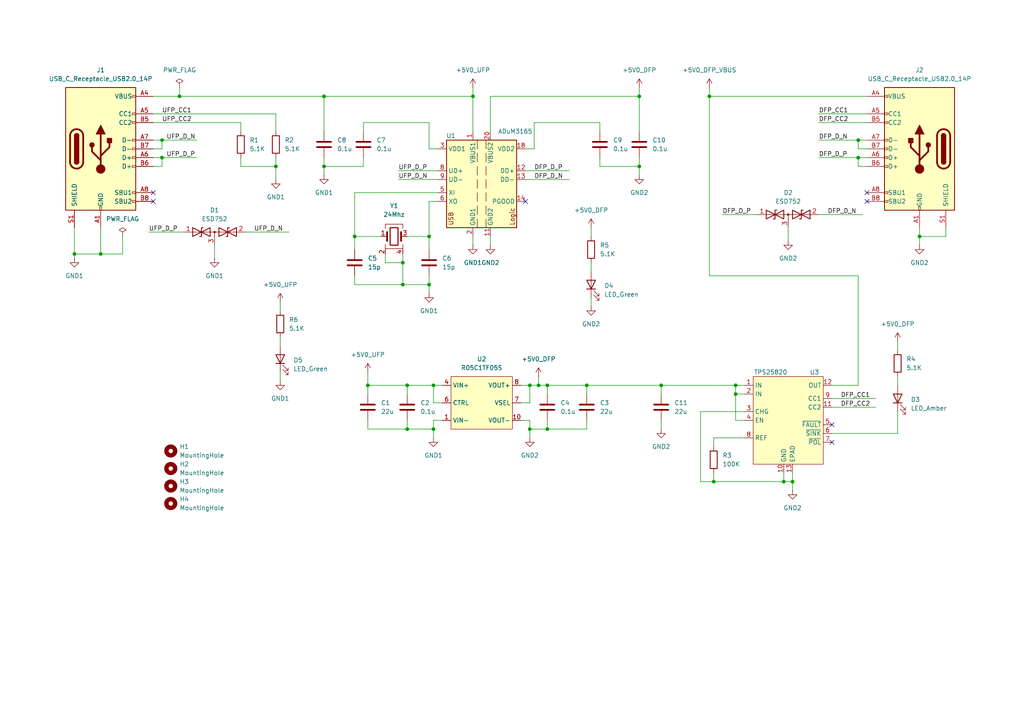
<source format=kicad_sch>
(kicad_sch (version 20231120) (generator "eeschema") (generator_version "8.0")
  (paper "A4")
  (lib_symbols
    (symbol "Connector:USB_C_Receptacle_USB2.0_16P" (pin_names (offset 1.016))
      (property "Reference" "J" (at 0 22.225 0))
      (property "Value" "USB_C_Receptacle_USB2.0_16P" (at 0 19.685 0))
      (symbol "USB_C_Receptacle_USB2.0_16P_0_0"
        (rectangle (start -0.254 -17.78) (end 0.254 -16.764))
        (rectangle (start 10.16 -14.986) (end 9.144 -15.494))
        (rectangle (start 10.16 -12.446) (end 9.144 -12.954))
        (rectangle (start 10.16 -4.826) (end 9.144 -5.334))
        (rectangle (start 10.16 -2.286) (end 9.144 -2.794))
        (rectangle (start 10.16 0.254) (end 9.144 -0.254))
        (rectangle (start 10.16 2.794) (end 9.144 2.286))
        (rectangle (start 10.16 7.874) (end 9.144 7.366))
        (rectangle (start 10.16 10.414) (end 9.144 9.906))
        (rectangle (start 10.16 15.494) (end 9.144 14.986))
      )
      (symbol "USB_C_Receptacle_USB2.0_16P_0_1"
        (rectangle (start -10.16 17.78) (end 10.16 -17.78) (stroke (width 0.254)) (fill (type background)))
        (arc (start -8.89 -3.81) (mid -6.985 -5.7067) (end -5.08 -3.81) (stroke (width 0.508)))
        (arc (start -7.62 -3.81) (mid -6.985 -4.4423) (end -6.35 -3.81) (stroke (width 0.254)))
        (arc (start -7.62 -3.81) (mid -6.985 -4.4423) (end -6.35 -3.81) (stroke (width 0.254)) (fill (type outline)))
        (rectangle (start -7.62 -3.81) (end -6.35 3.81) (stroke (width 0.254)) (fill (type outline)))
        (arc (start -6.35 3.81) (mid -6.985 4.4423) (end -7.62 3.81) (stroke (width 0.254)))
        (arc (start -6.35 3.81) (mid -6.985 4.4423) (end -7.62 3.81) (stroke (width 0.254)) (fill (type outline)))
        (arc (start -5.08 3.81) (mid -6.985 5.7067) (end -8.89 3.81) (stroke (width 0.508)))
        (circle (center -2.54 1.143) (radius 0.635) (stroke (width 0.254)) (fill (type outline)))
        (circle (center 0 -5.842) (radius 1.27) (fill (type outline)))
        (polyline (pts (xy -8.89 -3.81) (xy -8.89 3.81)) (stroke (width 0.508)))
        (polyline (pts (xy -5.08 3.81) (xy -5.08 -3.81)) (stroke (width 0.508)))
        (polyline (pts (xy 0 -5.842) (xy 0 4.318)) (stroke (width 0.508)))
        (polyline (pts (xy 0 -3.302) (xy -2.54 -0.762) (xy -2.54 0.508)) (stroke (width 0.508)))
        (polyline (pts (xy 0 -2.032) (xy 2.54 0.508) (xy 2.54 1.778)) (stroke (width 0.508)))
        (polyline (pts (xy -1.27 4.318) (xy 0 6.858) (xy 1.27 4.318) (xy -1.27 4.318)) (stroke (width 0.254)) (fill (type outline)))
        (rectangle (start 1.905 1.778) (end 3.175 3.048) (stroke (width 0.254)) (fill (type outline)))
      )
      (symbol "USB_C_Receptacle_USB2.0_16P_1_1"
        (pin passive line (at 0 -22.86 90) (length 5.08) (name "GND") (number "A1"))
        (pin passive line (at 0 -22.86 90) (length 5.08) hide (name "GND") (number "A12"))
        (pin passive line (at 15.24 15.24 180) (length 5.08) (name "VBUS") (number "A4"))
        (pin bidirectional line (at 15.24 10.16 180) (length 5.08) (name "CC1") (number "A5"))
        (pin bidirectional line (at 15.24 -2.54 180) (length 5.08) (name "D+") (number "A6"))
        (pin bidirectional line (at 15.24 2.54 180) (length 5.08) (name "D-") (number "A7"))
        (pin bidirectional line (at 15.24 -12.7 180) (length 5.08) (name "SBU1") (number "A8"))
        (pin passive line (at 15.24 15.24 180) (length 5.08) hide (name "VBUS") (number "A9"))
        (pin passive line (at 0 -22.86 90) (length 5.08) hide (name "GND") (number "B1"))
        (pin passive line (at 0 -22.86 90) (length 5.08) hide (name "GND") (number "B12"))
        (pin passive line (at 15.24 15.24 180) (length 5.08) hide (name "VBUS") (number "B4"))
        (pin bidirectional line (at 15.24 7.62 180) (length 5.08) (name "CC2") (number "B5"))
        (pin bidirectional line (at 15.24 -5.08 180) (length 5.08) (name "D+") (number "B6"))
        (pin bidirectional line (at 15.24 0 180) (length 5.08) (name "D-") (number "B7"))
        (pin bidirectional line (at 15.24 -15.24 180) (length 5.08) (name "SBU2") (number "B8"))
        (pin passive line (at 15.24 15.24 180) (length 5.08) hide (name "VBUS") (number "B9"))
        (pin passive line (at -7.62 -22.86 90) (length 5.08) (name "SHIELD") (number "S1"))
      )
    )
    (symbol "Device:C" (pin_numbers hide) (pin_names (offset 0.254))
      (property "Reference" "C" (at 0.635 2.54 0))
      (property "Value" "C" (at 0.635 -2.54 0))
      (symbol "C_0_1"
        (polyline (pts (xy -2.032 -0.762) (xy 2.032 -0.762)) (stroke (width 0.508)))
        (polyline (pts (xy -2.032 0.762) (xy 2.032 0.762)) (stroke (width 0.508)))
      )
      (symbol "C_1_1"
        (pin passive line (at 0 3.81 270) (length 2.794) (name "~") (number "1"))
        (pin passive line (at 0 -3.81 90) (length 2.794) (name "~") (number "2"))
      )
    )
    (symbol "Device:D_TVS_Dual_AAC" (pin_names (offset 1.016) hide)
      (property "Reference" "D" (at 0 4.445 0))
      (property "Value" "D_TVS_Dual_AAC" (at 0 2.54 0))
      (symbol "D_TVS_Dual_AAC_0_0"
        (polyline (pts (xy 0 -1.27) (xy 0 0)))
      )
      (symbol "D_TVS_Dual_AAC_0_1"
        (polyline (pts (xy -6.35 0) (xy 6.35 0)))
        (polyline (pts (xy -3.302 1.27) (xy -3.81 1.27) (xy -3.81 -1.27) (xy -4.318 -1.27)) (stroke (width 0.254)))
        (polyline (pts (xy 4.318 1.27) (xy 3.81 1.27) (xy 3.81 -1.27) (xy 3.302 -1.27)) (stroke (width 0.254)))
        (polyline (pts (xy -6.35 1.27) (xy -1.27 -1.27) (xy -1.27 1.27) (xy -6.35 -1.27) (xy -6.35 1.27)) (stroke (width 0.254)))
        (polyline (pts (xy 6.35 1.27) (xy 1.27 -1.27) (xy 1.27 1.27) (xy 6.35 -1.27) (xy 6.35 1.27)) (stroke (width 0.254)))
        (circle (center 0 0) (radius 0.254) (fill (type outline)))
      )
      (symbol "D_TVS_Dual_AAC_1_1"
        (pin passive line (at -8.89 0 0) (length 2.54) (name "A1") (number "1"))
        (pin passive line (at 8.89 0 180) (length 2.54) (name "A2") (number "2"))
        (pin passive line (at 0 -3.81 90) (length 2.54) (name "common") (number "3"))
      )
    )
    (symbol "Device:LED" (pin_numbers hide) (pin_names (offset 1.016) hide)
      (property "Reference" "D" (at 0 2.54 0))
      (property "Value" "LED" (at 0 -2.54 0))
      (symbol "LED_0_1"
        (polyline (pts (xy -1.27 -1.27) (xy -1.27 1.27)) (stroke (width 0.254)))
        (polyline (pts (xy -1.27 0) (xy 1.27 0)))
        (polyline (pts (xy 1.27 -1.27) (xy 1.27 1.27) (xy -1.27 0) (xy 1.27 -1.27)) (stroke (width 0.254)))
        (polyline (pts (xy -3.048 -0.762) (xy -4.572 -2.286) (xy -3.81 -2.286) (xy -4.572 -2.286) (xy -4.572 -1.524)))
        (polyline (pts (xy -1.778 -0.762) (xy -3.302 -2.286) (xy -2.54 -2.286) (xy -3.302 -2.286) (xy -3.302 -1.524)))
      )
      (symbol "LED_1_1"
        (pin passive line (at -3.81 0 0) (length 2.54) (name "K") (number "1"))
        (pin passive line (at 3.81 0 180) (length 2.54) (name "A") (number "2"))
      )
    )
    (symbol "Device:R" (pin_numbers hide) (pin_names (offset 0))
      (property "Reference" "R" (at 2.032 0 90))
      (property "Value" "R" (at 0 0 90))
      (symbol "R_0_1"
        (rectangle (start -1.016 -2.54) (end 1.016 2.54) (stroke (width 0.254)))
      )
      (symbol "R_1_1"
        (pin passive line (at 0 3.81 270) (length 1.27) (name "~") (number "1"))
        (pin passive line (at 0 -3.81 90) (length 1.27) (name "~") (number "2"))
      )
    )
    (symbol "Mechanical:MountingHole" (pin_names (offset 1.016)) (exclude_from_sim yes) (in_bom no)
      (property "Reference" "H" (at 0 5.08 0))
      (property "Value" "MountingHole" (at 0 3.175 0))
      (symbol "MountingHole_0_1"
        (circle (center 0 0) (radius 1.27) (stroke (width 1.27)))
      )
    )
    (symbol "power:GND1" (power) (pin_numbers hide) (pin_names (offset 0) hide)
      (property "Value" "GND1" (at 0 -3.81 0))
      (symbol "GND1_0_1"
        (polyline (pts (xy 0 0) (xy 0 -1.27) (xy 1.27 -1.27) (xy 0 -2.54) (xy -1.27 -1.27) (xy 0 -1.27)))
      )
      (symbol "GND1_1_1"
        (pin power_in line (at 0 0 270) (length 0) (name "~") (number "1"))
      )
    )
    (symbol "power:GND2" (power) (pin_numbers hide) (pin_names (offset 0) hide)
      (property "Value" "GND2" (at 0 -3.81 0))
      (symbol "GND2_0_1"
        (polyline (pts (xy 0 0) (xy 0 -1.27) (xy 1.27 -1.27) (xy 0 -2.54) (xy -1.27 -1.27) (xy 0 -1.27)))
      )
      (symbol "GND2_1_1"
        (pin power_in line (at 0 0 270) (length 0) (name "~") (number "1"))
      )
    )
    (symbol "power:PWR_FLAG" (power) (pin_numbers hide) (pin_names (offset 0) hide)
      (property "Value" "PWR_FLAG" (at 0 3.81 0))
      (symbol "PWR_FLAG_0_0"
        (pin power_out line (at 0 0 90) (length 0) (name "~") (number "1"))
      )
      (symbol "PWR_FLAG_0_1"
        (polyline (pts (xy 0 0) (xy 0 1.27) (xy -1.016 1.905) (xy 0 2.54) (xy 1.016 1.905) (xy 0 1.27)))
      )
    )
    (symbol "power:VBUS" (power) (pin_numbers hide) (pin_names (offset 0) hide)
      (property "Value" "VBUS" (at 0 3.556 0))
      (symbol "VBUS_0_1"
        (polyline (pts (xy -0.762 1.27) (xy 0 2.54)))
        (polyline (pts (xy 0 0) (xy 0 2.54)))
        (polyline (pts (xy 0 2.54) (xy 0.762 1.27)))
      )
      (symbol "VBUS_1_1"
        (pin power_in line (at 0 0 90) (length 0) (name "~") (number "1"))
      )
    )
    (symbol "q-lab:Crystal_GND24" (pin_names (offset 1.016) hide)
      (property "Reference" "Y" (at 3.175 5.08 0))
      (property "Value" "Crystal_GND24" (at 3.175 3.175 0))
      (symbol "Crystal_GND24_0_1"
        (rectangle (start -1.143 2.54) (end 1.143 -2.54) (stroke (width 0.3048)))
        (polyline (pts (xy -2.54 -3.81) (xy -2.54 -3.556)))
        (polyline (pts (xy -2.54 0) (xy -2.032 0)))
        (polyline (pts (xy -2.032 -1.27) (xy -2.032 1.27)) (stroke (width 0.508)))
        (polyline (pts (xy 2.032 -1.27) (xy 2.032 1.27)) (stroke (width 0.508)))
        (polyline (pts (xy 2.032 0) (xy 2.54 0)))
        (polyline (pts (xy 2.54 -3.81) (xy 2.54 -3.556)))
        (polyline (pts (xy -2.54 -2.286) (xy -2.54 -3.556) (xy 2.54 -3.556) (xy 2.54 -2.286)))
        (polyline (pts (xy -2.54 2.286) (xy -2.54 3.556) (xy 2.54 3.556) (xy 2.54 2.286)))
      )
      (symbol "Crystal_GND24_1_1"
        (pin passive line (at -3.81 0 0) (length 1.27) (name "1") (number "1"))
        (pin passive line (at -2.54 -5.08 90) (length 1.27) (name "2") (number "2"))
        (pin passive line (at 3.81 0 180) (length 1.27) (name "3") (number "3"))
        (pin passive line (at 2.54 -5.08 90) (length 1.27) (name "4") (number "4"))
      )
    )
    (symbol "q-lab:Isolater_ADuM3165"
      (property "Reference" "U" (at -8.89 13.97 0))
      (property "Value" "ADuM3165" (at 8.89 13.97 0))
      (symbol "Isolater_ADuM3165_0_0"
        (text "Logic" (at 8.89 -12.065 900) (effects (font (size 1.27 1.27)) (justify left)))
      )
      (symbol "Isolater_ADuM3165_0_1"
        (rectangle (start -10.16 12.7) (end 10.16 -12.7) (stroke (width 0.254)) (fill (type background)))
        (polyline (pts (xy -1.27 -10.16) (xy -1.27 -12.7)))
        (polyline (pts (xy -1.27 -6.35) (xy -1.27 -8.89)))
        (polyline (pts (xy -1.27 -2.54) (xy -1.27 -5.08)))
        (polyline (pts (xy -1.27 1.27) (xy -1.27 -1.27)))
        (polyline (pts (xy -1.27 5.08) (xy -1.27 2.54)))
        (polyline (pts (xy -1.27 8.89) (xy -1.27 6.35)))
        (polyline (pts (xy -1.27 12.7) (xy -1.27 10.16)))
        (polyline (pts (xy 1.27 -10.16) (xy 1.27 -12.7)))
        (polyline (pts (xy 1.27 -6.35) (xy 1.27 -8.89)))
        (polyline (pts (xy 1.27 -2.54) (xy 1.27 -5.08)))
        (polyline (pts (xy 1.27 1.27) (xy 1.27 -1.27)))
        (polyline (pts (xy 1.27 5.08) (xy 1.27 2.54)))
        (polyline (pts (xy 1.27 8.89) (xy 1.27 6.35)))
        (polyline (pts (xy 1.27 12.7) (xy 1.27 10.16)))
      )
      (symbol "Isolater_ADuM3165_1_0"
        (text "USB" (at -8.89 -12.065 900) (effects (font (size 1.27 1.27)) (justify left)))
      )
      (symbol "Isolater_ADuM3165_1_1"
        (pin power_in line (at -2.54 15.24 270) (length 2.54) (name "VBUS1") (number "1"))
        (pin passive line (at -2.54 -15.24 90) (length 2.54) hide (name "GND1") (number "10"))
        (pin power_in line (at 2.54 -15.24 90) (length 2.54) (name "GND2") (number "11"))
        (pin bidirectional line (at 12.7 3.81 180) (length 2.54) (name "DD+") (number "12"))
        (pin bidirectional line (at 12.7 1.27 180) (length 2.54) (name "DD-") (number "13"))
        (pin output line (at 12.7 -5.08 180) (length 2.54) (name "PGOOD") (number "14"))
        (pin passive line (at 2.54 -15.24 90) (length 2.54) hide (name "GND2") (number "15"))
        (pin passive line (at 2.54 -15.24 90) (length 2.54) hide (name "GND2") (number "16"))
        (pin passive line (at 2.54 -15.24 90) (length 2.54) hide (name "GND2") (number "17"))
        (pin bidirectional line (at 12.7 10.16 180) (length 2.54) (name "VDD2") (number "18"))
        (pin passive line (at 2.54 -15.24 90) (length 2.54) hide (name "GND2") (number "19"))
        (pin power_in line (at -2.54 -15.24 90) (length 2.54) (name "GND1") (number "2"))
        (pin power_in line (at 2.54 15.24 270) (length 2.54) (name "VBUS2") (number "20"))
        (pin bidirectional line (at -12.7 10.16 0) (length 2.54) (name "VDD1") (number "3"))
        (pin passive line (at -2.54 -15.24 90) (length 2.54) hide (name "GND1") (number "4"))
        (pin input line (at -12.7 -2.54 0) (length 2.54) (name "XI") (number "5"))
        (pin output line (at -12.7 -5.08 0) (length 2.54) (name "XO") (number "6"))
        (pin passive line (at -2.54 -15.24 90) (length 2.54) hide (name "GND1") (number "7"))
        (pin bidirectional line (at -12.7 3.81 0) (length 2.54) (name "UD+") (number "8"))
        (pin bidirectional line (at -12.7 1.27 0) (length 2.54) (name "UD-") (number "9"))
      )
    )
    (symbol "q-lab:PSU_Isolated_R05C1TF05S"
      (property "Reference" "U" (at 6.35 8.89 0))
      (property "Value" "R05C1TF05S" (at -2.54 8.89 0))
      (symbol "PSU_Isolated_R05C1TF05S_0_0"
        (pin power_in line (at -11.43 -5.08 0) (length 2.54) (name "VIN-") (number "1"))
        (pin power_out line (at 11.43 -5.08 180) (length 2.54) (name "VOUT-") (number "10"))
        (pin passive line (at 11.43 -5.08 180) (length 2.54) hide (name "VOUT-") (number "11"))
        (pin passive line (at 11.43 -5.08 180) (length 2.54) hide (name "VOUT-") (number "12"))
        (pin passive line (at -11.43 -5.08 0) (length 2.54) hide (name "VIN-") (number "2"))
        (pin passive line (at -11.43 -5.08 0) (length 2.54) hide (name "VIN-") (number "3"))
        (pin power_in line (at -11.43 5.08 0) (length 2.54) (name "VIN+") (number "4"))
        (pin passive line (at -11.43 5.08 0) (length 2.54) hide (name "VIN+") (number "5"))
        (pin input line (at -11.43 0 0) (length 2.54) (name "CTRL") (number "6"))
        (pin input line (at 11.43 0 180) (length 2.54) (name "VSEL") (number "7"))
        (pin power_out line (at 11.43 5.08 180) (length 2.54) (name "VOUT+") (number "8"))
        (pin passive line (at 11.43 5.08 180) (length 2.54) hide (name "VOUT+") (number "9"))
      )
      (symbol "PSU_Isolated_R05C1TF05S_1_1"
        (rectangle (start -8.89 7.62) (end 8.89 -7.62) (fill (type background)))
      )
    )
    (symbol "q-lab:USB_C_DFP_TPS25820"
      (property "Reference" "U" (at 7.62 13.97 0))
      (property "Value" "TPS25820" (at -5.08 13.97 0))
      (symbol "USB_C_DFP_TPS25820_0_1"
        (rectangle (start -10.16 12.7) (end 10.16 -12.7) (fill (type background)))
      )
      (symbol "USB_C_DFP_TPS25820_1_1"
        (pin power_in line (at -12.7 10.16 0) (length 2.54) (name "IN") (number "1"))
        (pin power_in line (at -1.27 -15.24 90) (length 2.54) (name "GND") (number "10"))
        (pin bidirectional line (at 12.7 3.81 180) (length 2.54) (name "CC2") (number "11"))
        (pin power_out line (at 12.7 10.16 180) (length 2.54) (name "OUT") (number "12"))
        (pin power_in line (at 1.27 -15.24 90) (length 2.54) (name "EPAD") (number "13"))
        (pin power_in line (at -12.7 7.62 0) (length 2.54) (name "IN") (number "2"))
        (pin input line (at -12.7 2.54 0) (length 2.54) (name "CHG") (number "3"))
        (pin input line (at -12.7 0 0) (length 2.54) (name "EN") (number "4"))
        (pin open_collector line (at 12.7 -1.27 180) (length 2.54) (name "~{FAULT}") (number "5"))
        (pin open_collector line (at 12.7 -3.81 180) (length 2.54) (name "~{SINK}") (number "6"))
        (pin open_collector line (at 12.7 -6.35 180) (length 2.54) (name "~{POL}") (number "7"))
        (pin passive line (at -12.7 -5.08 0) (length 2.54) (name "REF") (number "8"))
        (pin bidirectional line (at 12.7 6.35 180) (length 2.54) (name "CC1") (number "9"))
      )
    )
  )
  (junction (at 116.84 82.55))
  (junction (at 93.98 27.94))
  (junction (at 248.92 40.64))
  (junction (at 153.67 111.76))
  (junction (at 185.42 27.94))
  (junction (at 248.92 45.72))
  (junction (at 158.75 124.46))
  (junction (at 102.87 68.58))
  (junction (at 185.42 48.26))
  (junction (at 124.46 68.58))
  (junction (at 124.46 82.55))
  (junction (at 46.99 45.72))
  (junction (at 213.36 111.76))
  (junction (at 46.99 40.64))
  (junction (at 266.7 68.58))
  (junction (at 229.87 139.7))
  (junction (at 21.59 73.66))
  (junction (at 227.33 139.7))
  (junction (at 80.01 48.26))
  (junction (at 29.21 73.66))
  (junction (at 170.18 111.76))
  (junction (at 93.98 48.26))
  (junction (at 106.68 111.76))
  (junction (at 153.67 124.46))
  (junction (at 116.84 76.2))
  (junction (at 52.07 27.94))
  (junction (at 158.75 111.76))
  (junction (at 125.73 124.46))
  (junction (at 207.01 139.7))
  (junction (at 205.74 27.94))
  (junction (at 125.73 111.76))
  (junction (at 118.11 111.76))
  (junction (at 137.16 27.94))
  (junction (at 191.77 111.76))
  (junction (at 118.11 124.46))
  (junction (at 213.36 114.3))
  (junction (at 156.21 111.76))
  (no_connect (at 44.45 58.42))
  (no_connect (at 251.46 58.42))
  (no_connect (at 241.3 128.27))
  (no_connect (at 241.3 123.19))
  (no_connect (at 251.46 55.88))
  (no_connect (at 44.45 55.88))
  (no_connect (at 152.4 58.42))
  (wire (pts (xy 124.46 68.58) (xy 124.46 58.42)))
  (wire (pts (xy 153.67 121.92) (xy 153.67 124.46)))
  (wire (pts (xy 35.56 73.66) (xy 35.56 68.58)))
  (wire (pts (xy 227.33 137.16) (xy 227.33 139.7)))
  (wire (pts (xy 80.01 33.02) (xy 80.01 38.1)))
  (wire (pts (xy 116.84 76.2) (xy 116.84 82.55)))
  (wire (pts (xy 118.11 121.92) (xy 118.11 124.46)))
  (wire (pts (xy 205.74 80.01) (xy 205.74 27.94)))
  (wire (pts (xy 173.99 38.1) (xy 173.99 35.56)))
  (wire (pts (xy 158.75 124.46) (xy 158.75 121.92)))
  (wire (pts (xy 153.67 116.84) (xy 153.67 111.76)))
  (wire (pts (xy 215.9 114.3) (xy 213.36 114.3)))
  (wire (pts (xy 124.46 80.01) (xy 124.46 82.55)))
  (wire (pts (xy 185.42 27.94) (xy 185.42 25.4)))
  (wire (pts (xy 266.7 68.58) (xy 266.7 71.12)))
  (wire (pts (xy 93.98 48.26) (xy 93.98 50.8)))
  (wire (pts (xy 229.87 139.7) (xy 229.87 142.24)))
  (wire (pts (xy 116.84 73.66) (xy 116.84 76.2)))
  (wire (pts (xy 154.94 35.56) (xy 154.94 43.18)))
  (wire (pts (xy 44.45 43.18) (xy 46.99 43.18)))
  (wire (pts (xy 115.57 49.53) (xy 127 49.53)))
  (wire (pts (xy 111.76 76.2) (xy 111.76 73.66)))
  (wire (pts (xy 153.67 111.76) (xy 151.13 111.76)))
  (wire (pts (xy 125.73 127) (xy 125.73 124.46)))
  (wire (pts (xy 21.59 73.66) (xy 21.59 74.93)))
  (wire (pts (xy 43.18 67.31) (xy 53.34 67.31)))
  (wire (pts (xy 185.42 48.26) (xy 185.42 50.8)))
  (wire (pts (xy 191.77 111.76) (xy 191.77 114.3)))
  (wire (pts (xy 29.21 73.66) (xy 35.56 73.66)))
  (wire (pts (xy 80.01 48.26) (xy 80.01 52.07)))
  (wire (pts (xy 260.35 125.73) (xy 260.35 119.38)))
  (wire (pts (xy 228.6 66.04) (xy 228.6 69.85)))
  (wire (pts (xy 170.18 111.76) (xy 191.77 111.76)))
  (wire (pts (xy 125.73 124.46) (xy 125.73 121.92)))
  (wire (pts (xy 191.77 121.92) (xy 191.77 124.46)))
  (wire (pts (xy 241.3 118.11) (xy 254 118.11)))
  (wire (pts (xy 185.42 48.26) (xy 173.99 48.26)))
  (wire (pts (xy 171.45 76.2) (xy 171.45 78.74)))
  (wire (pts (xy 21.59 73.66) (xy 29.21 73.66)))
  (wire (pts (xy 142.24 27.94) (xy 185.42 27.94)))
  (wire (pts (xy 213.36 111.76) (xy 215.9 111.76)))
  (wire (pts (xy 81.28 97.79) (xy 81.28 100.33)))
  (wire (pts (xy 274.32 68.58) (xy 274.32 66.04)))
  (wire (pts (xy 105.41 48.26) (xy 105.41 45.72)))
  (wire (pts (xy 71.12 67.31) (xy 83.82 67.31)))
  (wire (pts (xy 260.35 99.06) (xy 260.35 101.6)))
  (wire (pts (xy 69.85 48.26) (xy 69.85 45.72)))
  (wire (pts (xy 106.68 111.76) (xy 118.11 111.76)))
  (wire (pts (xy 248.92 45.72) (xy 251.46 45.72)))
  (wire (pts (xy 137.16 25.4) (xy 137.16 27.94)))
  (wire (pts (xy 44.45 45.72) (xy 46.99 45.72)))
  (wire (pts (xy 81.28 107.95) (xy 81.28 110.49)))
  (wire (pts (xy 237.49 62.23) (xy 250.19 62.23)))
  (wire (pts (xy 260.35 109.22) (xy 260.35 111.76)))
  (wire (pts (xy 251.46 48.26) (xy 248.92 48.26)))
  (wire (pts (xy 93.98 48.26) (xy 105.41 48.26)))
  (wire (pts (xy 80.01 48.26) (xy 69.85 48.26)))
  (wire (pts (xy 106.68 107.95) (xy 106.68 111.76)))
  (wire (pts (xy 137.16 71.12) (xy 137.16 68.58)))
  (wire (pts (xy 44.45 35.56) (xy 69.85 35.56)))
  (wire (pts (xy 237.49 35.56) (xy 251.46 35.56)))
  (wire (pts (xy 102.87 55.88) (xy 127 55.88)))
  (wire (pts (xy 106.68 111.76) (xy 106.68 114.3)))
  (wire (pts (xy 241.3 115.57) (xy 254 115.57)))
  (wire (pts (xy 237.49 45.72) (xy 248.92 45.72)))
  (wire (pts (xy 137.16 27.94) (xy 137.16 38.1)))
  (wire (pts (xy 29.21 66.04) (xy 29.21 73.66)))
  (wire (pts (xy 153.67 111.76) (xy 156.21 111.76)))
  (wire (pts (xy 46.99 40.64) (xy 57.15 40.64)))
  (wire (pts (xy 124.46 35.56) (xy 124.46 43.18)))
  (wire (pts (xy 203.2 139.7) (xy 203.2 119.38)))
  (wire (pts (xy 205.74 27.94) (xy 251.46 27.94)))
  (wire (pts (xy 207.01 129.54) (xy 207.01 127)))
  (wire (pts (xy 116.84 76.2) (xy 111.76 76.2)))
  (wire (pts (xy 151.13 116.84) (xy 153.67 116.84)))
  (wire (pts (xy 44.45 27.94) (xy 52.07 27.94)))
  (wire (pts (xy 248.92 40.64) (xy 251.46 40.64)))
  (wire (pts (xy 102.87 72.39) (xy 102.87 68.58)))
  (wire (pts (xy 237.49 33.02) (xy 251.46 33.02)))
  (wire (pts (xy 170.18 124.46) (xy 170.18 121.92)))
  (wire (pts (xy 46.99 43.18) (xy 46.99 40.64)))
  (wire (pts (xy 125.73 121.92) (xy 128.27 121.92)))
  (wire (pts (xy 171.45 86.36) (xy 171.45 88.9)))
  (wire (pts (xy 118.11 68.58) (xy 124.46 68.58)))
  (wire (pts (xy 93.98 27.94) (xy 93.98 38.1)))
  (wire (pts (xy 124.46 43.18) (xy 127 43.18)))
  (wire (pts (xy 153.67 124.46) (xy 158.75 124.46)))
  (wire (pts (xy 185.42 38.1) (xy 185.42 27.94)))
  (wire (pts (xy 102.87 82.55) (xy 102.87 80.01)))
  (wire (pts (xy 105.41 35.56) (xy 124.46 35.56)))
  (wire (pts (xy 207.01 139.7) (xy 227.33 139.7)))
  (wire (pts (xy 241.3 111.76) (xy 248.92 111.76)))
  (wire (pts (xy 106.68 121.92) (xy 106.68 124.46)))
  (wire (pts (xy 102.87 68.58) (xy 110.49 68.58)))
  (wire (pts (xy 44.45 33.02) (xy 80.01 33.02)))
  (wire (pts (xy 170.18 111.76) (xy 170.18 114.3)))
  (wire (pts (xy 266.7 66.04) (xy 266.7 68.58)))
  (wire (pts (xy 116.84 82.55) (xy 124.46 82.55)))
  (wire (pts (xy 215.9 121.92) (xy 213.36 121.92)))
  (wire (pts (xy 116.84 82.55) (xy 102.87 82.55)))
  (wire (pts (xy 152.4 52.07) (xy 165.1 52.07)))
  (wire (pts (xy 213.36 114.3) (xy 213.36 111.76)))
  (wire (pts (xy 185.42 45.72) (xy 185.42 48.26)))
  (wire (pts (xy 173.99 35.56) (xy 154.94 35.56)))
  (wire (pts (xy 124.46 68.58) (xy 124.46 72.39)))
  (wire (pts (xy 62.23 71.12) (xy 62.23 74.93)))
  (wire (pts (xy 124.46 58.42) (xy 127 58.42)))
  (wire (pts (xy 21.59 66.04) (xy 21.59 73.66)))
  (wire (pts (xy 52.07 27.94) (xy 93.98 27.94)))
  (wire (pts (xy 205.74 25.4) (xy 205.74 27.94)))
  (wire (pts (xy 207.01 127) (xy 215.9 127)))
  (wire (pts (xy 102.87 68.58) (xy 102.87 55.88)))
  (wire (pts (xy 158.75 111.76) (xy 170.18 111.76)))
  (wire (pts (xy 142.24 38.1) (xy 142.24 27.94)))
  (wire (pts (xy 251.46 43.18) (xy 248.92 43.18)))
  (wire (pts (xy 156.21 109.22) (xy 156.21 111.76)))
  (wire (pts (xy 128.27 116.84) (xy 125.73 116.84)))
  (wire (pts (xy 209.55 62.23) (xy 219.71 62.23)))
  (wire (pts (xy 44.45 40.64) (xy 46.99 40.64)))
  (wire (pts (xy 151.13 121.92) (xy 153.67 121.92)))
  (wire (pts (xy 248.92 111.76) (xy 248.92 80.01)))
  (wire (pts (xy 248.92 80.01) (xy 205.74 80.01)))
  (wire (pts (xy 207.01 139.7) (xy 203.2 139.7)))
  (wire (pts (xy 171.45 66.04) (xy 171.45 68.58)))
  (wire (pts (xy 115.57 52.07) (xy 127 52.07)))
  (wire (pts (xy 191.77 111.76) (xy 213.36 111.76)))
  (wire (pts (xy 248.92 48.26) (xy 248.92 45.72)))
  (wire (pts (xy 248.92 43.18) (xy 248.92 40.64)))
  (wire (pts (xy 81.28 87.63) (xy 81.28 90.17)))
  (wire (pts (xy 156.21 111.76) (xy 158.75 111.76)))
  (wire (pts (xy 118.11 111.76) (xy 118.11 114.3)))
  (wire (pts (xy 152.4 49.53) (xy 165.1 49.53)))
  (wire (pts (xy 118.11 124.46) (xy 125.73 124.46)))
  (wire (pts (xy 125.73 111.76) (xy 128.27 111.76)))
  (wire (pts (xy 229.87 139.7) (xy 229.87 137.16)))
  (wire (pts (xy 266.7 68.58) (xy 274.32 68.58)))
  (wire (pts (xy 80.01 45.72) (xy 80.01 48.26)))
  (wire (pts (xy 237.49 40.64) (xy 248.92 40.64)))
  (wire (pts (xy 125.73 111.76) (xy 125.73 116.84)))
  (wire (pts (xy 52.07 25.4) (xy 52.07 27.94)))
  (wire (pts (xy 241.3 125.73) (xy 260.35 125.73)))
  (wire (pts (xy 207.01 137.16) (xy 207.01 139.7)))
  (wire (pts (xy 154.94 43.18) (xy 152.4 43.18)))
  (wire (pts (xy 158.75 111.76) (xy 158.75 114.3)))
  (wire (pts (xy 203.2 119.38) (xy 215.9 119.38)))
  (wire (pts (xy 142.24 68.58) (xy 142.24 71.12)))
  (wire (pts (xy 227.33 139.7) (xy 229.87 139.7)))
  (wire (pts (xy 44.45 48.26) (xy 46.99 48.26)))
  (wire (pts (xy 158.75 124.46) (xy 170.18 124.46)))
  (wire (pts (xy 46.99 45.72) (xy 57.15 45.72)))
  (wire (pts (xy 93.98 45.72) (xy 93.98 48.26)))
  (wire (pts (xy 106.68 124.46) (xy 118.11 124.46)))
  (wire (pts (xy 118.11 111.76) (xy 125.73 111.76)))
  (wire (pts (xy 213.36 121.92) (xy 213.36 114.3)))
  (wire (pts (xy 124.46 82.55) (xy 124.46 85.09)))
  (wire (pts (xy 69.85 35.56) (xy 69.85 38.1)))
  (wire (pts (xy 153.67 124.46) (xy 153.67 127)))
  (wire (pts (xy 46.99 48.26) (xy 46.99 45.72)))
  (wire (pts (xy 105.41 38.1) (xy 105.41 35.56)))
  (wire (pts (xy 173.99 48.26) (xy 173.99 45.72)))
  (wire (pts (xy 93.98 27.94) (xy 137.16 27.94)))
  (label "UFP_CC1" (at 46.99 33.02 0))
  (label "UFP_D_N" (at 73.66 67.31 0))
  (label "DFP_CC1" (at 243.84 115.57 0))
  (label "UFP_D_P" (at 115.57 49.53 0))
  (label "UFP_D_N" (at 115.57 52.07 0))
  (label "UFP_D_P" (at 43.18 67.31 0))
  (label "DFP_CC2" (at 237.49 35.56 0))
  (label "DFP_CC2" (at 243.84 118.11 0))
  (label "UFP_D_N" (at 48.26 40.64 0))
  (label "DFP_D_P" (at 237.49 45.72 0))
  (label "DFP_D_P" (at 154.94 49.53 0))
  (label "UFP_CC2" (at 46.99 35.56 0))
  (label "DFP_D_N" (at 154.94 52.07 0))
  (label "DFP_D_P" (at 209.55 62.23 0))
  (label "UFP_D_P" (at 48.26 45.72 0))
  (label "DFP_D_N" (at 240.03 62.23 0))
  (label "DFP_CC1" (at 237.49 33.02 0))
  (label "DFP_D_N" (at 237.49 40.64 0))
  (symbol (lib_id "power:GND2") (at 142.24 71.12 0) (unit 1)
    (property "Reference" "#PWR09" (effects (hide yes)))
    (property "Value" "GND2" (at 142.24 76.2 0))
    (property "Description" "Power symbol creates a global label with name \"GND2\" , ground" (effects (hide yes)))
  )
  (symbol (lib_id "power:VBUS") (at 137.16 25.4 0) (unit 1)
    (property "Reference" "#PWR04" (effects (hide yes)))
    (property "Value" "+5V0_UFP" (at 137.16 20.32 0))
    (property "Description" "Power symbol creates a global label with name \"VBUS\"" (effects (hide yes)))
  )
  (symbol (lib_id "Device:R") (at 171.45 72.39 0) (unit 1)
    (property "Reference" "R5" (at 173.99 71.1199 0) (effects (justify left)))
    (property "Value" "5.1K" (at 173.99 73.6599 0) (effects (justify left)))
    (property "Footprint" "Resistor_SMD:R_0402_1005Metric" (effects (hide yes)))
    (property "Description" "Resistor" (effects (hide yes)))
    (property "MPN" "RC0402FR-075K1L" (effects (hide yes)))
  )
  (symbol (lib_id "Device:R") (at 81.28 93.98 0) (unit 1)
    (property "Reference" "R6" (at 83.82 92.7099 0) (effects (justify left)))
    (property "Value" "5.1K" (at 83.82 95.2499 0) (effects (justify left)))
    (property "Footprint" "Resistor_SMD:R_0402_1005Metric" (effects (hide yes)))
    (property "Description" "Resistor" (effects (hide yes)))
    (property "MPN" "RC0402FR-075K1L" (effects (hide yes)))
  )
  (symbol (lib_id "Device:C") (at 170.18 118.11 0) (unit 1)
    (property "Reference" "C3" (at 173.99 116.8399 0) (effects (justify left)))
    (property "Value" "22u" (at 173.99 119.3799 0) (effects (justify left)))
    (property "Footprint" "Capacitor_SMD:C_1210_3225Metric" (effects (hide yes)))
    (property "Description" "Unpolarized capacitor" (effects (hide yes)))
    (property "MPN" "CL32B226MOJNNNE" (effects (hide yes)))
  )
  (symbol (lib_id "q-lab:Crystal_GND24") (at 114.3 68.58 0) (unit 1)
    (property "Reference" "Y1" (at 114.3 59.69 0))
    (property "Value" "24Mhz" (at 114.3 62.23 0))
    (property "Footprint" "Crystal:Crystal_SMD_2016-4Pin_2.0x1.6mm" (effects (hide yes)))
    (property "Description" "Four pin crystal, GND on pins 2 and 4" (effects (hide yes)))
    (property "MPN" "ECS-240-12-37B-CKY-TR" (effects (hide yes)))
  )
  (symbol (lib_id "power:VBUS") (at 260.35 99.06 0) (unit 1)
    (property "Reference" "#PWR017" (effects (hide yes)))
    (property "Value" "+5V0_DFP" (at 260.35 93.98 0))
    (property "Description" "Power symbol creates a global label with name \"VBUS\"" (effects (hide yes)))
  )
  (symbol (lib_id "Device:C") (at 105.41 41.91 0) (unit 1)
    (property "Reference" "C7" (at 109.22 40.6399 0) (effects (justify left)))
    (property "Value" "0.1u" (at 109.22 43.1799 0) (effects (justify left)))
    (property "Footprint" "Capacitor_SMD:C_0402_1005Metric" (effects (hide yes)))
    (property "Description" "Unpolarized capacitor" (effects (hide yes)))
    (property "MPN" "GCM155R71H104KE02D" (effects (hide yes)))
  )
  (symbol (lib_id "power:GND1") (at 81.28 110.49 0) (unit 1)
    (property "Reference" "#PWR021" (effects (hide yes)))
    (property "Value" "GND1" (at 81.28 115.57 0))
    (property "Description" "Power symbol creates a global label with name \"GND1\" , ground" (effects (hide yes)))
  )
  (symbol (lib_id "power:GND2") (at 191.77 124.46 0) (unit 1)
    (property "Reference" "#PWR018" (effects (hide yes)))
    (property "Value" "GND2" (at 191.77 129.54 0))
    (property "Description" "Power symbol creates a global label with name \"GND2\" , ground" (effects (hide yes)))
  )
  (symbol (lib_id "Device:C") (at 118.11 118.11 0) (unit 1)
    (property "Reference" "C2" (at 121.92 116.8399 0) (effects (justify left)))
    (property "Value" "0.1u" (at 121.92 119.3799 0) (effects (justify left)))
    (property "Footprint" "Capacitor_SMD:C_0402_1005Metric" (effects (hide yes)))
    (property "Description" "Unpolarized capacitor" (effects (hide yes)))
    (property "MPN" "GCM155R71H104KE02D" (effects (hide yes)))
  )
  (symbol (lib_id "Device:LED") (at 260.35 115.57 90) (unit 1)
    (property "Reference" "D3" (at 264.16 115.8874 90) (effects (justify right)))
    (property "Value" "LED_Amber" (at 264.16 118.4274 90) (effects (justify right)))
    (property "Footprint" "LED_SMD:LED_0603_1608Metric" (effects (hide yes)))
    (property "Description" "Light emitting diode" (effects (hide yes)))
    (property "MPN" "SML-D12D1WT86" (effects (hide yes)))
  )
  (symbol (lib_id "power:GND1") (at 62.23 74.93 0) (unit 1)
    (property "Reference" "#PWR03" (effects (hide yes)))
    (property "Value" "GND1" (at 62.23 80.01 0))
    (property "Description" "Power symbol creates a global label with name \"GND1\" , ground" (effects (hide yes)))
  )
  (symbol (lib_id "power:GND2") (at 228.6 69.85 0) (unit 1)
    (property "Reference" "#PWR015" (effects (hide yes)))
    (property "Value" "GND2" (at 228.6 74.93 0))
    (property "Description" "Power symbol creates a global label with name \"GND2\" , ground" (effects (hide yes)))
  )
  (symbol (lib_id "Device:R") (at 80.01 41.91 0) (unit 1)
    (property "Reference" "R2" (at 82.55 40.6399 0) (effects (justify left)))
    (property "Value" "5.1K" (at 82.55 43.1799 0) (effects (justify left)))
    (property "Footprint" "Resistor_SMD:R_0402_1005Metric" (effects (hide yes)))
    (property "Description" "Resistor" (effects (hide yes)))
    (property "MPN" "RC0402FR-075K1L" (effects (hide yes)))
  )
  (symbol (lib_id "power:VBUS") (at 171.45 66.04 0) (unit 1)
    (property "Reference" "#PWR022" (effects (hide yes)))
    (property "Value" "+5V0_DFP" (at 171.45 60.96 0))
    (property "Description" "Power symbol creates a global label with name \"VBUS\"" (effects (hide yes)))
  )
  (symbol (lib_id "Device:D_TVS_Dual_AAC") (at 228.6 62.23 0) (unit 1)
    (property "Reference" "D2" (at 228.6 55.88 0))
    (property "Value" "ESD752" (at 228.6 58.42 0))
    (property "Footprint" "Package_TO_SOT_SMD:SOT-323_SC-70" (effects (hide yes)))
    (property "Description" "Bidirectional dual transient-voltage-suppression diode, center on pin 3" (effects (hide yes)))
    (property "MPN" "ESD752DCKR" (effects (hide yes)))
  )
  (symbol (lib_id "power:VBUS") (at 205.74 25.4 0) (unit 1)
    (property "Reference" "#PWR024" (effects (hide yes)))
    (property "Value" "+5V0_DFP_VBUS" (at 205.74 20.32 0))
    (property "Description" "Power symbol creates a global label with name \"VBUS\"" (effects (hide yes)))
  )
  (symbol (lib_id "power:VBUS") (at 156.21 109.22 0) (unit 1)
    (property "Reference" "#PWR07" (effects (hide yes)))
    (property "Value" "+5V0_DFP" (at 156.21 104.14 0))
    (property "Description" "Power symbol creates a global label with name \"VBUS\"" (effects (hide yes)))
  )
  (symbol (lib_id "q-lab:USB_C_DFP_TPS25820") (at 228.6 121.92 0) (unit 1)
    (property "Reference" "U3" (at 236.22 107.95 0))
    (property "Value" "TPS25820" (at 223.52 107.95 0))
    (property "Footprint" "Package_SON:WSON-12-1EP_3x2mm_P0.5mm_EP1x2.65_ThermalVias" (effects (hide yes)))
    (property "Datasheet" "https://www.ti.com/lit/ds/symlink/tps25820.pdf" (effects (hide yes)))
    (property "Description" "Type-C 1.5-A Source Controller and Power Switch" (effects (hide yes)))
    (property "MPN" "TPS25820DSSR" (effects (hide yes)))
  )
  (symbol (lib_id "q-lab:PSU_Isolated_R05C1TF05S") (at 139.7 116.84 0) (unit 1)
    (property "Reference" "U2" (at 139.7 104.14 0))
    (property "Value" "R05C1TF05S" (at 139.7 106.68 0))
    (property "Footprint" "q-lab:Package_LGA-12_5x4mm" (effects (hide yes)))
    (property "Datasheet" "https://recom-power.com/pdf/Econoline/RxxC1TFxxS.pdf" (effects (hide yes)))
    (property "Description" "1W Isolated Input 3V-5.5VDC 12 Pad LGA Package" (effects (hide yes)))
    (property "MPN" "R05C1TF05S-R" (effects (hide yes)))
  )
  (symbol (lib_id "Mechanical:MountingHole") (at 49.53 135.89 0) (unit 1) (exclude_from_sim yes) (in_bom no)
    (property "Reference" "H2" (at 52.07 134.6199 0) (effects (justify left)))
    (property "Value" "MountingHole" (at 52.07 137.1599 0) (effects (justify left)))
    (property "Footprint" "MountingHole:MountingHole_2.2mm_M2" (effects (hide yes)))
    (property "Description" "Mounting Hole without connection" (effects (hide yes)))
  )
  (symbol (lib_id "Device:R") (at 69.85 41.91 0) (unit 1)
    (property "Reference" "R1" (at 72.39 40.6399 0) (effects (justify left)))
    (property "Value" "5.1K" (at 72.39 43.1799 0) (effects (justify left)))
    (property "Footprint" "Resistor_SMD:R_0402_1005Metric" (effects (hide yes)))
    (property "Description" "Resistor" (effects (hide yes)))
    (property "MPN" "RC0402FR-075K1L" (effects (hide yes)))
  )
  (symbol (lib_id "Device:C") (at 185.42 41.91 0) (unit 1)
    (property "Reference" "C10" (at 189.23 40.6399 0) (effects (justify left)))
    (property "Value" "0.1u" (at 189.23 43.1799 0) (effects (justify left)))
    (property "Footprint" "Capacitor_SMD:C_0402_1005Metric" (effects (hide yes)))
    (property "Description" "Unpolarized capacitor" (effects (hide yes)))
    (property "MPN" "GCM155R71H104KE02D" (effects (hide yes)))
  )
  (symbol (lib_id "Device:R") (at 260.35 105.41 0) (unit 1)
    (property "Reference" "R4" (at 262.89 104.1399 0) (effects (justify left)))
    (property "Value" "5.1K" (at 262.89 106.6799 0) (effects (justify left)))
    (property "Footprint" "Resistor_SMD:R_0402_1005Metric" (effects (hide yes)))
    (property "Description" "Resistor" (effects (hide yes)))
    (property "MPN" "RC0402FR-075K1L" (effects (hide yes)))
  )
  (symbol (lib_id "Device:R") (at 207.01 133.35 0) (unit 1)
    (property "Reference" "R3" (at 209.55 132.0799 0) (effects (justify left)))
    (property "Value" "100K" (at 209.55 134.6199 0) (effects (justify left)))
    (property "Footprint" "Resistor_SMD:R_0402_1005Metric" (effects (hide yes)))
    (property "Description" "Resistor" (effects (hide yes)))
    (property "MPN" "RC0402FR-07100KL" (effects (hide yes)))
  )
  (symbol (lib_id "power:VBUS") (at 81.28 87.63 0) (unit 1)
    (property "Reference" "#PWR020" (effects (hide yes)))
    (property "Value" "+5V0_UFP" (at 81.28 82.55 0))
    (property "Description" "Power symbol creates a global label with name \"VBUS\"" (effects (hide yes)))
  )
  (symbol (lib_id "power:GND2") (at 185.42 50.8 0) (unit 1)
    (property "Reference" "#PWR014" (effects (hide yes)))
    (property "Value" "GND2" (at 185.42 55.88 0))
    (property "Description" "Power symbol creates a global label with name \"GND2\" , ground" (effects (hide yes)))
  )
  (symbol (lib_id "Mechanical:MountingHole") (at 49.53 140.97 0) (unit 1) (exclude_from_sim yes) (in_bom no)
    (property "Reference" "H3" (at 52.07 139.6999 0) (effects (justify left)))
    (property "Value" "MountingHole" (at 52.07 142.2399 0) (effects (justify left)))
    (property "Footprint" "MountingHole:MountingHole_2.2mm_M2" (effects (hide yes)))
    (property "Description" "Mounting Hole without connection" (effects (hide yes)))
  )
  (symbol (lib_id "power:PWR_FLAG") (at 35.56 68.58 0) (unit 1)
    (property "Reference" "#FLG02" (effects (hide yes)))
    (property "Value" "PWR_FLAG" (at 35.56 63.5 0))
    (property "Description" "Special symbol for telling ERC where power comes from" (effects (hide yes)))
  )
  (symbol (lib_id "Device:C") (at 102.87 76.2 0) (unit 1)
    (property "Reference" "C5" (at 106.68 74.9299 0) (effects (justify left)))
    (property "Value" "15p" (at 106.68 77.4699 0) (effects (justify left)))
    (property "Footprint" "Capacitor_SMD:C_0402_1005Metric" (effects (hide yes)))
    (property "Description" "Unpolarized capacitor" (effects (hide yes)))
    (property "MPN" "0402N150J250CT" (effects (hide yes)))
  )
  (symbol (lib_id "power:GND1") (at 93.98 50.8 0) (unit 1)
    (property "Reference" "#PWR012" (effects (hide yes)))
    (property "Value" "GND1" (at 93.98 55.88 0))
    (property "Description" "Power symbol creates a global label with name \"GND1\" , ground" (effects (hide yes)))
  )
  (symbol (lib_id "Device:C") (at 124.46 76.2 0) (unit 1)
    (property "Reference" "C6" (at 128.27 74.9299 0) (effects (justify left)))
    (property "Value" "15p" (at 128.27 77.4699 0) (effects (justify left)))
    (property "Footprint" "Capacitor_SMD:C_0402_1005Metric" (effects (hide yes)))
    (property "Description" "Unpolarized capacitor" (effects (hide yes)))
    (property "MPN" "0402N150J250CT" (effects (hide yes)))
  )
  (symbol (lib_id "Mechanical:MountingHole") (at 49.53 130.81 0) (unit 1) (exclude_from_sim yes) (in_bom no)
    (property "Reference" "H1" (at 52.07 129.5399 0) (effects (justify left)))
    (property "Value" "MountingHole" (at 52.07 132.0799 0) (effects (justify left)))
    (property "Footprint" "MountingHole:MountingHole_2.2mm_M2" (effects (hide yes)))
    (property "Description" "Mounting Hole without connection" (effects (hide yes)))
  )
  (symbol (lib_id "Device:C") (at 191.77 118.11 0) (unit 1)
    (property "Reference" "C11" (at 195.58 116.8399 0) (effects (justify left)))
    (property "Value" "22u" (at 195.58 119.3799 0) (effects (justify left)))
    (property "Footprint" "Capacitor_SMD:C_1210_3225Metric" (effects (hide yes)))
    (property "Description" "Unpolarized capacitor" (effects (hide yes)))
    (property "MPN" "CL32B226MOJNNNE" (effects (hide yes)))
  )
  (symbol (lib_id "Device:C") (at 158.75 118.11 0) (unit 1)
    (property "Reference" "C4" (at 162.56 116.8399 0) (effects (justify left)))
    (property "Value" "0.1u" (at 162.56 119.3799 0) (effects (justify left)))
    (property "Footprint" "Capacitor_SMD:C_0402_1005Metric" (effects (hide yes)))
    (property "Description" "Unpolarized capacitor" (effects (hide yes)))
    (property "MPN" "GCM155R71H104KE02D" (effects (hide yes)))
  )
  (symbol (lib_id "Device:C") (at 93.98 41.91 0) (unit 1)
    (property "Reference" "C8" (at 97.79 40.6399 0) (effects (justify left)))
    (property "Value" "0.1u" (at 97.79 43.1799 0) (effects (justify left)))
    (property "Footprint" "Capacitor_SMD:C_0402_1005Metric" (effects (hide yes)))
    (property "Description" "Unpolarized capacitor" (effects (hide yes)))
    (property "MPN" "GCM155R71H104KE02D" (effects (hide yes)))
  )
  (symbol (lib_id "power:GND2") (at 266.7 71.12 0) (unit 1)
    (property "Reference" "#PWR016" (effects (hide yes)))
    (property "Value" "GND2" (at 266.7 76.2 0))
    (property "Description" "Power symbol creates a global label with name \"GND2\" , ground" (effects (hide yes)))
  )
  (symbol (lib_id "Device:LED") (at 81.28 104.14 90) (unit 1)
    (property "Reference" "D5" (at 85.09 104.4574 90) (effects (justify right)))
    (property "Value" "LED_Green" (at 85.09 106.9974 90) (effects (justify right)))
    (property "Footprint" "LED_SMD:LED_0603_1608Metric" (effects (hide yes)))
    (property "Description" "Light emitting diode" (effects (hide yes)))
    (property "MPN" "SML-D12M8WT86" (effects (hide yes)))
  )
  (symbol (lib_id "power:VBUS") (at 106.68 107.95 0) (unit 1)
    (property "Reference" "#PWR05" (effects (hide yes)))
    (property "Value" "+5V0_UFP" (at 106.68 102.87 0))
    (property "Description" "Power symbol creates a global label with name \"VBUS\"" (effects (hide yes)))
  )
  (symbol (lib_id "Device:C") (at 173.99 41.91 0) (unit 1)
    (property "Reference" "C9" (at 177.8 40.6399 0) (effects (justify left)))
    (property "Value" "0.1u" (at 177.8 43.1799 0) (effects (justify left)))
    (property "Footprint" "Capacitor_SMD:C_0402_1005Metric" (effects (hide yes)))
    (property "Description" "Unpolarized capacitor" (effects (hide yes)))
    (property "MPN" "GCM155R71H104KE02D" (effects (hide yes)))
  )
  (symbol (lib_id "power:VBUS") (at 185.42 25.4 0) (unit 1)
    (property "Reference" "#PWR013" (effects (hide yes)))
    (property "Value" "+5V0_DFP" (at 185.42 20.32 0))
    (property "Description" "Power symbol creates a global label with name \"VBUS\"" (effects (hide yes)))
  )
  (symbol (lib_id "power:GND1") (at 80.01 52.07 0) (unit 1)
    (property "Reference" "#PWR02" (effects (hide yes)))
    (property "Value" "GND1" (at 80.01 57.15 0))
    (property "Description" "Power symbol creates a global label with name \"GND1\" , ground" (effects (hide yes)))
  )
  (symbol (lib_id "Device:C") (at 106.68 118.11 0) (unit 1)
    (property "Reference" "C1" (at 110.49 116.8399 0) (effects (justify left)))
    (property "Value" "22u" (at 110.49 119.3799 0) (effects (justify left)))
    (property "Footprint" "Capacitor_SMD:C_1210_3225Metric" (effects (hide yes)))
    (property "Description" "Unpolarized capacitor" (effects (hide yes)))
    (property "MPN" "CL32B226MOJNNNE" (effects (hide yes)))
  )
  (symbol (lib_id "Device:D_TVS_Dual_AAC") (at 62.23 67.31 0) (unit 1)
    (property "Reference" "D1" (at 62.23 60.96 0))
    (property "Value" "ESD752" (at 62.23 63.5 0))
    (property "Footprint" "Package_TO_SOT_SMD:SOT-323_SC-70" (effects (hide yes)))
    (property "Description" "Bidirectional dual transient-voltage-suppression diode, center on pin 3" (effects (hide yes)))
    (property "MPN" "ESD752DCKR" (effects (hide yes)))
  )
  (symbol (lib_id "power:GND2") (at 229.87 142.24 0) (unit 1)
    (property "Reference" "#PWR019" (effects (hide yes)))
    (property "Value" "GND2" (at 229.87 147.32 0))
    (property "Description" "Power symbol creates a global label with name \"GND2\" , ground" (effects (hide yes)))
  )
  (symbol (lib_id "Connector:USB_C_Receptacle_USB2.0_16P") (at 266.7 43.18 0) (mirror y) (unit 1)
    (property "Reference" "J2" (at 266.7 20.32 0))
    (property "Value" "USB_C_Receptacle_USB2.0_14P" (at 266.7 22.86 0))
    (property "Footprint" "Connector_USB:USB_C_Receptacle_GCT_USB4105-xx-A_16P_TopMnt_Horizontal" (effects (hide yes)))
    (property "Datasheet" "https://www.usb.org/sites/default/files/documents/usb_type-c.zip" (effects (hide yes)))
    (property "Description" "USB 2.0-only 16P Type-C Receptacle connector" (effects (hide yes)))
    (property "MPN" "USB4105-GF-A" (effects (hide yes)))
  )
  (symbol (lib_id "Device:LED") (at 171.45 82.55 90) (unit 1)
    (property "Reference" "D4" (at 175.26 82.8674 90) (effects (justify right)))
    (property "Value" "LED_Green" (at 175.26 85.4074 90) (effects (justify right)))
    (property "Footprint" "LED_SMD:LED_0603_1608Metric" (effects (hide yes)))
    (property "Description" "Light emitting diode" (effects (hide yes)))
    (property "MPN" "SML-D12M8WT86" (effects (hide yes)))
  )
  (symbol (lib_id "power:PWR_FLAG") (at 52.07 25.4 0) (unit 1)
    (property "Reference" "#FLG01" (effects (hide yes)))
    (property "Value" "PWR_FLAG" (at 52.07 20.32 0))
    (property "Description" "Special symbol for telling ERC where power comes from" (effects (hide yes)))
  )
  (symbol (lib_id "power:GND2") (at 171.45 88.9 0) (unit 1)
    (property "Reference" "#PWR023" (effects (hide yes)))
    (property "Value" "GND2" (at 171.45 93.98 0))
    (property "Description" "Power symbol creates a global label with name \"GND2\" , ground" (effects (hide yes)))
  )
  (symbol (lib_id "power:GND1") (at 21.59 74.93 0) (unit 1)
    (property "Reference" "#PWR01" (effects (hide yes)))
    (property "Value" "GND1" (at 21.59 80.01 0))
    (property "Description" "Power symbol creates a global label with name \"GND1\" , ground" (effects (hide yes)))
  )
  (symbol (lib_id "Connector:USB_C_Receptacle_USB2.0_16P") (at 29.21 43.18 0) (unit 1)
    (property "Reference" "J1" (at 29.21 20.32 0))
    (property "Value" "USB_C_Receptacle_USB2.0_14P" (at 29.21 22.86 0))
    (property "Footprint" "Connector_USB:USB_C_Receptacle_GCT_USB4105-xx-A_16P_TopMnt_Horizontal" (effects (hide yes)))
    (property "Datasheet" "https://www.usb.org/sites/default/files/documents/usb_type-c.zip" (effects (hide yes)))
    (property "Description" "USB 2.0-only 16P Type-C Receptacle connector" (effects (hide yes)))
    (property "MPN" "USB4105-GF-A" (effects (hide yes)))
  )
  (symbol (lib_id "q-lab:Isolater_ADuM3165") (at 139.7 53.34 0) (unit 1)
    (property "Reference" "U1" (at 130.81 39.37 0))
    (property "Value" "ADuM3165" (at 144.4341 38.1 0) (effects (justify left)))
    (property "Footprint" "Package_SO:SSOP-20_5.3x7.2mm_P0.65mm" (effects (hide yes)))
    (property "Datasheet" "https://www.analog.com/media/en/technical-documentation/data-sheets/adum3165-3166.pdf" (effects (hide yes)))
    (property "Description" "3.75 kV RMS Digital Isolators for Isolated USB 2.0 High, Full, and Low Speed" (effects (hide yes)))
    (property "MPN" "ADUM3165BRSZ-RL" (effects (hide yes)))
  )
  (symbol (lib_id "power:GND1") (at 124.46 85.09 0) (unit 1)
    (property "Reference" "#PWR011" (effects (hide yes)))
    (property "Value" "GND1" (at 124.46 90.17 0))
    (property "Description" "Power symbol creates a global label with name \"GND1\" , ground" (effects (hide yes)))
  )
  (symbol (lib_id "Mechanical:MountingHole") (at 49.53 146.05 0) (unit 1) (exclude_from_sim yes) (in_bom no)
    (property "Reference" "H4" (at 52.07 144.7799 0) (effects (justify left)))
    (property "Value" "MountingHole" (at 52.07 147.3199 0) (effects (justify left)))
    (property "Footprint" "MountingHole:MountingHole_2.2mm_M2" (effects (hide yes)))
    (property "Description" "Mounting Hole without connection" (effects (hide yes)))
  )
  (symbol (lib_id "power:GND2") (at 153.67 127 0) (unit 1)
    (property "Reference" "#PWR08" (effects (hide yes)))
    (property "Value" "GND2" (at 153.67 132.08 0))
    (property "Description" "Power symbol creates a global label with name \"GND2\" , ground" (effects (hide yes)))
  )
  (symbol (lib_id "power:GND1") (at 125.73 127 0) (unit 1)
    (property "Reference" "#PWR06" (effects (hide yes)))
    (property "Value" "GND1" (at 125.73 132.08 0))
    (property "Description" "Power symbol creates a global label with name \"GND1\" , ground" (effects (hide yes)))
  )
  (symbol (lib_id "power:GND1") (at 137.16 71.12 0) (unit 1)
    (property "Reference" "#PWR010" (effects (hide yes)))
    (property "Value" "GND1" (at 137.16 76.2 0))
    (property "Description" "Power symbol creates a global label with name \"GND1\" , ground" (effects (hide yes)))
  )
)
</source>
